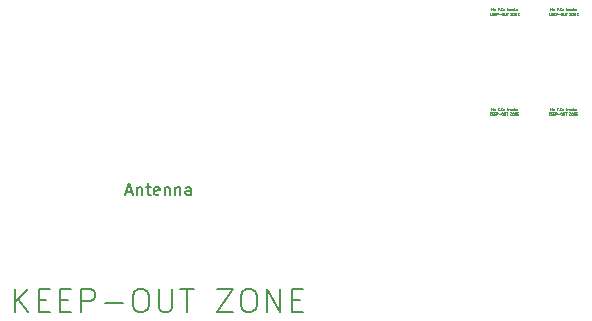
<source format=gbr>
%TF.GenerationSoftware,KiCad,Pcbnew,8.0.2*%
%TF.CreationDate,2024-05-29T12:03:12+02:00*%
%TF.ProjectId,IOT_ESP32,494f545f-4553-4503-9332-2e6b69636164,rev?*%
%TF.SameCoordinates,Original*%
%TF.FileFunction,Other,Comment*%
%FSLAX46Y46*%
G04 Gerber Fmt 4.6, Leading zero omitted, Abs format (unit mm)*
G04 Created by KiCad (PCBNEW 8.0.2) date 2024-05-29 12:03:12*
%MOMM*%
%LPD*%
G01*
G04 APERTURE LIST*
%ADD10C,0.150000*%
%ADD11C,0.030000*%
G04 APERTURE END LIST*
D10*
X125633095Y-122974104D02*
X126109285Y-122974104D01*
X125537857Y-123259819D02*
X125871190Y-122259819D01*
X125871190Y-122259819D02*
X126204523Y-123259819D01*
X126537857Y-122593152D02*
X126537857Y-123259819D01*
X126537857Y-122688390D02*
X126585476Y-122640771D01*
X126585476Y-122640771D02*
X126680714Y-122593152D01*
X126680714Y-122593152D02*
X126823571Y-122593152D01*
X126823571Y-122593152D02*
X126918809Y-122640771D01*
X126918809Y-122640771D02*
X126966428Y-122736009D01*
X126966428Y-122736009D02*
X126966428Y-123259819D01*
X127299762Y-122593152D02*
X127680714Y-122593152D01*
X127442619Y-122259819D02*
X127442619Y-123116961D01*
X127442619Y-123116961D02*
X127490238Y-123212200D01*
X127490238Y-123212200D02*
X127585476Y-123259819D01*
X127585476Y-123259819D02*
X127680714Y-123259819D01*
X128395000Y-123212200D02*
X128299762Y-123259819D01*
X128299762Y-123259819D02*
X128109286Y-123259819D01*
X128109286Y-123259819D02*
X128014048Y-123212200D01*
X128014048Y-123212200D02*
X127966429Y-123116961D01*
X127966429Y-123116961D02*
X127966429Y-122736009D01*
X127966429Y-122736009D02*
X128014048Y-122640771D01*
X128014048Y-122640771D02*
X128109286Y-122593152D01*
X128109286Y-122593152D02*
X128299762Y-122593152D01*
X128299762Y-122593152D02*
X128395000Y-122640771D01*
X128395000Y-122640771D02*
X128442619Y-122736009D01*
X128442619Y-122736009D02*
X128442619Y-122831247D01*
X128442619Y-122831247D02*
X127966429Y-122926485D01*
X128871191Y-122593152D02*
X128871191Y-123259819D01*
X128871191Y-122688390D02*
X128918810Y-122640771D01*
X128918810Y-122640771D02*
X129014048Y-122593152D01*
X129014048Y-122593152D02*
X129156905Y-122593152D01*
X129156905Y-122593152D02*
X129252143Y-122640771D01*
X129252143Y-122640771D02*
X129299762Y-122736009D01*
X129299762Y-122736009D02*
X129299762Y-123259819D01*
X129775953Y-122593152D02*
X129775953Y-123259819D01*
X129775953Y-122688390D02*
X129823572Y-122640771D01*
X129823572Y-122640771D02*
X129918810Y-122593152D01*
X129918810Y-122593152D02*
X130061667Y-122593152D01*
X130061667Y-122593152D02*
X130156905Y-122640771D01*
X130156905Y-122640771D02*
X130204524Y-122736009D01*
X130204524Y-122736009D02*
X130204524Y-123259819D01*
X131109286Y-123259819D02*
X131109286Y-122736009D01*
X131109286Y-122736009D02*
X131061667Y-122640771D01*
X131061667Y-122640771D02*
X130966429Y-122593152D01*
X130966429Y-122593152D02*
X130775953Y-122593152D01*
X130775953Y-122593152D02*
X130680715Y-122640771D01*
X131109286Y-123212200D02*
X131014048Y-123259819D01*
X131014048Y-123259819D02*
X130775953Y-123259819D01*
X130775953Y-123259819D02*
X130680715Y-123212200D01*
X130680715Y-123212200D02*
X130633096Y-123116961D01*
X130633096Y-123116961D02*
X130633096Y-123021723D01*
X130633096Y-123021723D02*
X130680715Y-122926485D01*
X130680715Y-122926485D02*
X130775953Y-122878866D01*
X130775953Y-122878866D02*
X131014048Y-122878866D01*
X131014048Y-122878866D02*
X131109286Y-122831247D01*
X116202142Y-133202438D02*
X116202142Y-131202438D01*
X117344999Y-133202438D02*
X116487856Y-132059580D01*
X117344999Y-131202438D02*
X116202142Y-132345295D01*
X118202142Y-132154819D02*
X118868809Y-132154819D01*
X119154523Y-133202438D02*
X118202142Y-133202438D01*
X118202142Y-133202438D02*
X118202142Y-131202438D01*
X118202142Y-131202438D02*
X119154523Y-131202438D01*
X120011666Y-132154819D02*
X120678333Y-132154819D01*
X120964047Y-133202438D02*
X120011666Y-133202438D01*
X120011666Y-133202438D02*
X120011666Y-131202438D01*
X120011666Y-131202438D02*
X120964047Y-131202438D01*
X121821190Y-133202438D02*
X121821190Y-131202438D01*
X121821190Y-131202438D02*
X122583095Y-131202438D01*
X122583095Y-131202438D02*
X122773571Y-131297676D01*
X122773571Y-131297676D02*
X122868809Y-131392914D01*
X122868809Y-131392914D02*
X122964047Y-131583390D01*
X122964047Y-131583390D02*
X122964047Y-131869104D01*
X122964047Y-131869104D02*
X122868809Y-132059580D01*
X122868809Y-132059580D02*
X122773571Y-132154819D01*
X122773571Y-132154819D02*
X122583095Y-132250057D01*
X122583095Y-132250057D02*
X121821190Y-132250057D01*
X123821190Y-132440533D02*
X125345000Y-132440533D01*
X126678332Y-131202438D02*
X127059285Y-131202438D01*
X127059285Y-131202438D02*
X127249761Y-131297676D01*
X127249761Y-131297676D02*
X127440237Y-131488152D01*
X127440237Y-131488152D02*
X127535475Y-131869104D01*
X127535475Y-131869104D02*
X127535475Y-132535771D01*
X127535475Y-132535771D02*
X127440237Y-132916723D01*
X127440237Y-132916723D02*
X127249761Y-133107200D01*
X127249761Y-133107200D02*
X127059285Y-133202438D01*
X127059285Y-133202438D02*
X126678332Y-133202438D01*
X126678332Y-133202438D02*
X126487856Y-133107200D01*
X126487856Y-133107200D02*
X126297380Y-132916723D01*
X126297380Y-132916723D02*
X126202142Y-132535771D01*
X126202142Y-132535771D02*
X126202142Y-131869104D01*
X126202142Y-131869104D02*
X126297380Y-131488152D01*
X126297380Y-131488152D02*
X126487856Y-131297676D01*
X126487856Y-131297676D02*
X126678332Y-131202438D01*
X128392618Y-131202438D02*
X128392618Y-132821485D01*
X128392618Y-132821485D02*
X128487856Y-133011961D01*
X128487856Y-133011961D02*
X128583094Y-133107200D01*
X128583094Y-133107200D02*
X128773570Y-133202438D01*
X128773570Y-133202438D02*
X129154523Y-133202438D01*
X129154523Y-133202438D02*
X129344999Y-133107200D01*
X129344999Y-133107200D02*
X129440237Y-133011961D01*
X129440237Y-133011961D02*
X129535475Y-132821485D01*
X129535475Y-132821485D02*
X129535475Y-131202438D01*
X130202142Y-131202438D02*
X131344999Y-131202438D01*
X130773570Y-133202438D02*
X130773570Y-131202438D01*
X133345000Y-131202438D02*
X134678333Y-131202438D01*
X134678333Y-131202438D02*
X133345000Y-133202438D01*
X133345000Y-133202438D02*
X134678333Y-133202438D01*
X135821190Y-131202438D02*
X136202143Y-131202438D01*
X136202143Y-131202438D02*
X136392619Y-131297676D01*
X136392619Y-131297676D02*
X136583095Y-131488152D01*
X136583095Y-131488152D02*
X136678333Y-131869104D01*
X136678333Y-131869104D02*
X136678333Y-132535771D01*
X136678333Y-132535771D02*
X136583095Y-132916723D01*
X136583095Y-132916723D02*
X136392619Y-133107200D01*
X136392619Y-133107200D02*
X136202143Y-133202438D01*
X136202143Y-133202438D02*
X135821190Y-133202438D01*
X135821190Y-133202438D02*
X135630714Y-133107200D01*
X135630714Y-133107200D02*
X135440238Y-132916723D01*
X135440238Y-132916723D02*
X135345000Y-132535771D01*
X135345000Y-132535771D02*
X135345000Y-131869104D01*
X135345000Y-131869104D02*
X135440238Y-131488152D01*
X135440238Y-131488152D02*
X135630714Y-131297676D01*
X135630714Y-131297676D02*
X135821190Y-131202438D01*
X137535476Y-133202438D02*
X137535476Y-131202438D01*
X137535476Y-131202438D02*
X138678333Y-133202438D01*
X138678333Y-133202438D02*
X138678333Y-131202438D01*
X139630714Y-132154819D02*
X140297381Y-132154819D01*
X140583095Y-133202438D02*
X139630714Y-133202438D01*
X139630714Y-133202438D02*
X139630714Y-131202438D01*
X139630714Y-131202438D02*
X140583095Y-131202438D01*
D11*
X161405715Y-108020963D02*
X161405715Y-107820963D01*
X161520000Y-108020963D02*
X161434286Y-107906678D01*
X161520000Y-107820963D02*
X161405715Y-107935249D01*
X161605715Y-107916201D02*
X161672381Y-107916201D01*
X161700953Y-108020963D02*
X161605715Y-108020963D01*
X161605715Y-108020963D02*
X161605715Y-107820963D01*
X161605715Y-107820963D02*
X161700953Y-107820963D01*
X161786667Y-107916201D02*
X161853333Y-107916201D01*
X161881905Y-108020963D02*
X161786667Y-108020963D01*
X161786667Y-108020963D02*
X161786667Y-107820963D01*
X161786667Y-107820963D02*
X161881905Y-107820963D01*
X161967619Y-108020963D02*
X161967619Y-107820963D01*
X161967619Y-107820963D02*
X162043809Y-107820963D01*
X162043809Y-107820963D02*
X162062857Y-107830487D01*
X162062857Y-107830487D02*
X162072380Y-107840011D01*
X162072380Y-107840011D02*
X162081904Y-107859059D01*
X162081904Y-107859059D02*
X162081904Y-107887630D01*
X162081904Y-107887630D02*
X162072380Y-107906678D01*
X162072380Y-107906678D02*
X162062857Y-107916201D01*
X162062857Y-107916201D02*
X162043809Y-107925725D01*
X162043809Y-107925725D02*
X161967619Y-107925725D01*
X162167619Y-107944773D02*
X162320000Y-107944773D01*
X162453333Y-107820963D02*
X162491428Y-107820963D01*
X162491428Y-107820963D02*
X162510476Y-107830487D01*
X162510476Y-107830487D02*
X162529523Y-107849535D01*
X162529523Y-107849535D02*
X162539047Y-107887630D01*
X162539047Y-107887630D02*
X162539047Y-107954297D01*
X162539047Y-107954297D02*
X162529523Y-107992392D01*
X162529523Y-107992392D02*
X162510476Y-108011440D01*
X162510476Y-108011440D02*
X162491428Y-108020963D01*
X162491428Y-108020963D02*
X162453333Y-108020963D01*
X162453333Y-108020963D02*
X162434285Y-108011440D01*
X162434285Y-108011440D02*
X162415238Y-107992392D01*
X162415238Y-107992392D02*
X162405714Y-107954297D01*
X162405714Y-107954297D02*
X162405714Y-107887630D01*
X162405714Y-107887630D02*
X162415238Y-107849535D01*
X162415238Y-107849535D02*
X162434285Y-107830487D01*
X162434285Y-107830487D02*
X162453333Y-107820963D01*
X162624762Y-107820963D02*
X162624762Y-107982868D01*
X162624762Y-107982868D02*
X162634285Y-108001916D01*
X162634285Y-108001916D02*
X162643809Y-108011440D01*
X162643809Y-108011440D02*
X162662857Y-108020963D01*
X162662857Y-108020963D02*
X162700952Y-108020963D01*
X162700952Y-108020963D02*
X162720000Y-108011440D01*
X162720000Y-108011440D02*
X162729523Y-108001916D01*
X162729523Y-108001916D02*
X162739047Y-107982868D01*
X162739047Y-107982868D02*
X162739047Y-107820963D01*
X162805714Y-107820963D02*
X162920000Y-107820963D01*
X162862857Y-108020963D02*
X162862857Y-107820963D01*
X163120000Y-107820963D02*
X163253333Y-107820963D01*
X163253333Y-107820963D02*
X163120000Y-108020963D01*
X163120000Y-108020963D02*
X163253333Y-108020963D01*
X163367619Y-107820963D02*
X163405714Y-107820963D01*
X163405714Y-107820963D02*
X163424762Y-107830487D01*
X163424762Y-107830487D02*
X163443809Y-107849535D01*
X163443809Y-107849535D02*
X163453333Y-107887630D01*
X163453333Y-107887630D02*
X163453333Y-107954297D01*
X163453333Y-107954297D02*
X163443809Y-107992392D01*
X163443809Y-107992392D02*
X163424762Y-108011440D01*
X163424762Y-108011440D02*
X163405714Y-108020963D01*
X163405714Y-108020963D02*
X163367619Y-108020963D01*
X163367619Y-108020963D02*
X163348571Y-108011440D01*
X163348571Y-108011440D02*
X163329524Y-107992392D01*
X163329524Y-107992392D02*
X163320000Y-107954297D01*
X163320000Y-107954297D02*
X163320000Y-107887630D01*
X163320000Y-107887630D02*
X163329524Y-107849535D01*
X163329524Y-107849535D02*
X163348571Y-107830487D01*
X163348571Y-107830487D02*
X163367619Y-107820963D01*
X163539048Y-108020963D02*
X163539048Y-107820963D01*
X163539048Y-107820963D02*
X163653333Y-108020963D01*
X163653333Y-108020963D02*
X163653333Y-107820963D01*
X163748572Y-107916201D02*
X163815238Y-107916201D01*
X163843810Y-108020963D02*
X163748572Y-108020963D01*
X163748572Y-108020963D02*
X163748572Y-107820963D01*
X163748572Y-107820963D02*
X163843810Y-107820963D01*
X161539047Y-107620963D02*
X161539047Y-107420963D01*
X161539047Y-107420963D02*
X161653332Y-107620963D01*
X161653332Y-107620963D02*
X161653332Y-107420963D01*
X161777142Y-107620963D02*
X161758094Y-107611440D01*
X161758094Y-107611440D02*
X161748571Y-107601916D01*
X161748571Y-107601916D02*
X161739047Y-107582868D01*
X161739047Y-107582868D02*
X161739047Y-107525725D01*
X161739047Y-107525725D02*
X161748571Y-107506678D01*
X161748571Y-107506678D02*
X161758094Y-107497154D01*
X161758094Y-107497154D02*
X161777142Y-107487630D01*
X161777142Y-107487630D02*
X161805713Y-107487630D01*
X161805713Y-107487630D02*
X161824761Y-107497154D01*
X161824761Y-107497154D02*
X161834285Y-107506678D01*
X161834285Y-107506678D02*
X161843809Y-107525725D01*
X161843809Y-107525725D02*
X161843809Y-107582868D01*
X161843809Y-107582868D02*
X161834285Y-107601916D01*
X161834285Y-107601916D02*
X161824761Y-107611440D01*
X161824761Y-107611440D02*
X161805713Y-107620963D01*
X161805713Y-107620963D02*
X161777142Y-107620963D01*
X162148570Y-107516201D02*
X162081904Y-107516201D01*
X162081904Y-107620963D02*
X162081904Y-107420963D01*
X162081904Y-107420963D02*
X162177142Y-107420963D01*
X162253333Y-107601916D02*
X162262856Y-107611440D01*
X162262856Y-107611440D02*
X162253333Y-107620963D01*
X162253333Y-107620963D02*
X162243809Y-107611440D01*
X162243809Y-107611440D02*
X162253333Y-107601916D01*
X162253333Y-107601916D02*
X162253333Y-107620963D01*
X162462856Y-107601916D02*
X162453332Y-107611440D01*
X162453332Y-107611440D02*
X162424761Y-107620963D01*
X162424761Y-107620963D02*
X162405713Y-107620963D01*
X162405713Y-107620963D02*
X162377142Y-107611440D01*
X162377142Y-107611440D02*
X162358094Y-107592392D01*
X162358094Y-107592392D02*
X162348571Y-107573344D01*
X162348571Y-107573344D02*
X162339047Y-107535249D01*
X162339047Y-107535249D02*
X162339047Y-107506678D01*
X162339047Y-107506678D02*
X162348571Y-107468582D01*
X162348571Y-107468582D02*
X162358094Y-107449535D01*
X162358094Y-107449535D02*
X162377142Y-107430487D01*
X162377142Y-107430487D02*
X162405713Y-107420963D01*
X162405713Y-107420963D02*
X162424761Y-107420963D01*
X162424761Y-107420963D02*
X162453332Y-107430487D01*
X162453332Y-107430487D02*
X162462856Y-107440011D01*
X162634285Y-107487630D02*
X162634285Y-107620963D01*
X162548571Y-107487630D02*
X162548571Y-107592392D01*
X162548571Y-107592392D02*
X162558094Y-107611440D01*
X162558094Y-107611440D02*
X162577142Y-107620963D01*
X162577142Y-107620963D02*
X162605713Y-107620963D01*
X162605713Y-107620963D02*
X162624761Y-107611440D01*
X162624761Y-107611440D02*
X162634285Y-107601916D01*
X162853332Y-107487630D02*
X162929523Y-107487630D01*
X162881904Y-107420963D02*
X162881904Y-107592392D01*
X162881904Y-107592392D02*
X162891427Y-107611440D01*
X162891427Y-107611440D02*
X162910475Y-107620963D01*
X162910475Y-107620963D02*
X162929523Y-107620963D01*
X162996190Y-107620963D02*
X162996190Y-107487630D01*
X162996190Y-107525725D02*
X163005713Y-107506678D01*
X163005713Y-107506678D02*
X163015237Y-107497154D01*
X163015237Y-107497154D02*
X163034285Y-107487630D01*
X163034285Y-107487630D02*
X163053332Y-107487630D01*
X163205714Y-107620963D02*
X163205714Y-107516201D01*
X163205714Y-107516201D02*
X163196190Y-107497154D01*
X163196190Y-107497154D02*
X163177142Y-107487630D01*
X163177142Y-107487630D02*
X163139047Y-107487630D01*
X163139047Y-107487630D02*
X163120000Y-107497154D01*
X163205714Y-107611440D02*
X163186666Y-107620963D01*
X163186666Y-107620963D02*
X163139047Y-107620963D01*
X163139047Y-107620963D02*
X163120000Y-107611440D01*
X163120000Y-107611440D02*
X163110476Y-107592392D01*
X163110476Y-107592392D02*
X163110476Y-107573344D01*
X163110476Y-107573344D02*
X163120000Y-107554297D01*
X163120000Y-107554297D02*
X163139047Y-107544773D01*
X163139047Y-107544773D02*
X163186666Y-107544773D01*
X163186666Y-107544773D02*
X163205714Y-107535249D01*
X163386666Y-107611440D02*
X163367618Y-107620963D01*
X163367618Y-107620963D02*
X163329523Y-107620963D01*
X163329523Y-107620963D02*
X163310475Y-107611440D01*
X163310475Y-107611440D02*
X163300952Y-107601916D01*
X163300952Y-107601916D02*
X163291428Y-107582868D01*
X163291428Y-107582868D02*
X163291428Y-107525725D01*
X163291428Y-107525725D02*
X163300952Y-107506678D01*
X163300952Y-107506678D02*
X163310475Y-107497154D01*
X163310475Y-107497154D02*
X163329523Y-107487630D01*
X163329523Y-107487630D02*
X163367618Y-107487630D01*
X163367618Y-107487630D02*
X163386666Y-107497154D01*
X163472381Y-107620963D02*
X163472381Y-107420963D01*
X163491428Y-107544773D02*
X163548571Y-107620963D01*
X163548571Y-107487630D02*
X163472381Y-107563820D01*
X163624762Y-107611440D02*
X163643809Y-107620963D01*
X163643809Y-107620963D02*
X163681905Y-107620963D01*
X163681905Y-107620963D02*
X163700952Y-107611440D01*
X163700952Y-107611440D02*
X163710476Y-107592392D01*
X163710476Y-107592392D02*
X163710476Y-107582868D01*
X163710476Y-107582868D02*
X163700952Y-107563820D01*
X163700952Y-107563820D02*
X163681905Y-107554297D01*
X163681905Y-107554297D02*
X163653333Y-107554297D01*
X163653333Y-107554297D02*
X163634286Y-107544773D01*
X163634286Y-107544773D02*
X163624762Y-107525725D01*
X163624762Y-107525725D02*
X163624762Y-107516201D01*
X163624762Y-107516201D02*
X163634286Y-107497154D01*
X163634286Y-107497154D02*
X163653333Y-107487630D01*
X163653333Y-107487630D02*
X163681905Y-107487630D01*
X163681905Y-107487630D02*
X163700952Y-107497154D01*
X156405715Y-108020963D02*
X156405715Y-107820963D01*
X156520000Y-108020963D02*
X156434286Y-107906678D01*
X156520000Y-107820963D02*
X156405715Y-107935249D01*
X156605715Y-107916201D02*
X156672381Y-107916201D01*
X156700953Y-108020963D02*
X156605715Y-108020963D01*
X156605715Y-108020963D02*
X156605715Y-107820963D01*
X156605715Y-107820963D02*
X156700953Y-107820963D01*
X156786667Y-107916201D02*
X156853333Y-107916201D01*
X156881905Y-108020963D02*
X156786667Y-108020963D01*
X156786667Y-108020963D02*
X156786667Y-107820963D01*
X156786667Y-107820963D02*
X156881905Y-107820963D01*
X156967619Y-108020963D02*
X156967619Y-107820963D01*
X156967619Y-107820963D02*
X157043809Y-107820963D01*
X157043809Y-107820963D02*
X157062857Y-107830487D01*
X157062857Y-107830487D02*
X157072380Y-107840011D01*
X157072380Y-107840011D02*
X157081904Y-107859059D01*
X157081904Y-107859059D02*
X157081904Y-107887630D01*
X157081904Y-107887630D02*
X157072380Y-107906678D01*
X157072380Y-107906678D02*
X157062857Y-107916201D01*
X157062857Y-107916201D02*
X157043809Y-107925725D01*
X157043809Y-107925725D02*
X156967619Y-107925725D01*
X157167619Y-107944773D02*
X157320000Y-107944773D01*
X157453333Y-107820963D02*
X157491428Y-107820963D01*
X157491428Y-107820963D02*
X157510476Y-107830487D01*
X157510476Y-107830487D02*
X157529523Y-107849535D01*
X157529523Y-107849535D02*
X157539047Y-107887630D01*
X157539047Y-107887630D02*
X157539047Y-107954297D01*
X157539047Y-107954297D02*
X157529523Y-107992392D01*
X157529523Y-107992392D02*
X157510476Y-108011440D01*
X157510476Y-108011440D02*
X157491428Y-108020963D01*
X157491428Y-108020963D02*
X157453333Y-108020963D01*
X157453333Y-108020963D02*
X157434285Y-108011440D01*
X157434285Y-108011440D02*
X157415238Y-107992392D01*
X157415238Y-107992392D02*
X157405714Y-107954297D01*
X157405714Y-107954297D02*
X157405714Y-107887630D01*
X157405714Y-107887630D02*
X157415238Y-107849535D01*
X157415238Y-107849535D02*
X157434285Y-107830487D01*
X157434285Y-107830487D02*
X157453333Y-107820963D01*
X157624762Y-107820963D02*
X157624762Y-107982868D01*
X157624762Y-107982868D02*
X157634285Y-108001916D01*
X157634285Y-108001916D02*
X157643809Y-108011440D01*
X157643809Y-108011440D02*
X157662857Y-108020963D01*
X157662857Y-108020963D02*
X157700952Y-108020963D01*
X157700952Y-108020963D02*
X157720000Y-108011440D01*
X157720000Y-108011440D02*
X157729523Y-108001916D01*
X157729523Y-108001916D02*
X157739047Y-107982868D01*
X157739047Y-107982868D02*
X157739047Y-107820963D01*
X157805714Y-107820963D02*
X157920000Y-107820963D01*
X157862857Y-108020963D02*
X157862857Y-107820963D01*
X158120000Y-107820963D02*
X158253333Y-107820963D01*
X158253333Y-107820963D02*
X158120000Y-108020963D01*
X158120000Y-108020963D02*
X158253333Y-108020963D01*
X158367619Y-107820963D02*
X158405714Y-107820963D01*
X158405714Y-107820963D02*
X158424762Y-107830487D01*
X158424762Y-107830487D02*
X158443809Y-107849535D01*
X158443809Y-107849535D02*
X158453333Y-107887630D01*
X158453333Y-107887630D02*
X158453333Y-107954297D01*
X158453333Y-107954297D02*
X158443809Y-107992392D01*
X158443809Y-107992392D02*
X158424762Y-108011440D01*
X158424762Y-108011440D02*
X158405714Y-108020963D01*
X158405714Y-108020963D02*
X158367619Y-108020963D01*
X158367619Y-108020963D02*
X158348571Y-108011440D01*
X158348571Y-108011440D02*
X158329524Y-107992392D01*
X158329524Y-107992392D02*
X158320000Y-107954297D01*
X158320000Y-107954297D02*
X158320000Y-107887630D01*
X158320000Y-107887630D02*
X158329524Y-107849535D01*
X158329524Y-107849535D02*
X158348571Y-107830487D01*
X158348571Y-107830487D02*
X158367619Y-107820963D01*
X158539048Y-108020963D02*
X158539048Y-107820963D01*
X158539048Y-107820963D02*
X158653333Y-108020963D01*
X158653333Y-108020963D02*
X158653333Y-107820963D01*
X158748572Y-107916201D02*
X158815238Y-107916201D01*
X158843810Y-108020963D02*
X158748572Y-108020963D01*
X158748572Y-108020963D02*
X158748572Y-107820963D01*
X158748572Y-107820963D02*
X158843810Y-107820963D01*
X156539047Y-107620963D02*
X156539047Y-107420963D01*
X156539047Y-107420963D02*
X156653332Y-107620963D01*
X156653332Y-107620963D02*
X156653332Y-107420963D01*
X156777142Y-107620963D02*
X156758094Y-107611440D01*
X156758094Y-107611440D02*
X156748571Y-107601916D01*
X156748571Y-107601916D02*
X156739047Y-107582868D01*
X156739047Y-107582868D02*
X156739047Y-107525725D01*
X156739047Y-107525725D02*
X156748571Y-107506678D01*
X156748571Y-107506678D02*
X156758094Y-107497154D01*
X156758094Y-107497154D02*
X156777142Y-107487630D01*
X156777142Y-107487630D02*
X156805713Y-107487630D01*
X156805713Y-107487630D02*
X156824761Y-107497154D01*
X156824761Y-107497154D02*
X156834285Y-107506678D01*
X156834285Y-107506678D02*
X156843809Y-107525725D01*
X156843809Y-107525725D02*
X156843809Y-107582868D01*
X156843809Y-107582868D02*
X156834285Y-107601916D01*
X156834285Y-107601916D02*
X156824761Y-107611440D01*
X156824761Y-107611440D02*
X156805713Y-107620963D01*
X156805713Y-107620963D02*
X156777142Y-107620963D01*
X157148570Y-107516201D02*
X157081904Y-107516201D01*
X157081904Y-107620963D02*
X157081904Y-107420963D01*
X157081904Y-107420963D02*
X157177142Y-107420963D01*
X157253333Y-107601916D02*
X157262856Y-107611440D01*
X157262856Y-107611440D02*
X157253333Y-107620963D01*
X157253333Y-107620963D02*
X157243809Y-107611440D01*
X157243809Y-107611440D02*
X157253333Y-107601916D01*
X157253333Y-107601916D02*
X157253333Y-107620963D01*
X157462856Y-107601916D02*
X157453332Y-107611440D01*
X157453332Y-107611440D02*
X157424761Y-107620963D01*
X157424761Y-107620963D02*
X157405713Y-107620963D01*
X157405713Y-107620963D02*
X157377142Y-107611440D01*
X157377142Y-107611440D02*
X157358094Y-107592392D01*
X157358094Y-107592392D02*
X157348571Y-107573344D01*
X157348571Y-107573344D02*
X157339047Y-107535249D01*
X157339047Y-107535249D02*
X157339047Y-107506678D01*
X157339047Y-107506678D02*
X157348571Y-107468582D01*
X157348571Y-107468582D02*
X157358094Y-107449535D01*
X157358094Y-107449535D02*
X157377142Y-107430487D01*
X157377142Y-107430487D02*
X157405713Y-107420963D01*
X157405713Y-107420963D02*
X157424761Y-107420963D01*
X157424761Y-107420963D02*
X157453332Y-107430487D01*
X157453332Y-107430487D02*
X157462856Y-107440011D01*
X157634285Y-107487630D02*
X157634285Y-107620963D01*
X157548571Y-107487630D02*
X157548571Y-107592392D01*
X157548571Y-107592392D02*
X157558094Y-107611440D01*
X157558094Y-107611440D02*
X157577142Y-107620963D01*
X157577142Y-107620963D02*
X157605713Y-107620963D01*
X157605713Y-107620963D02*
X157624761Y-107611440D01*
X157624761Y-107611440D02*
X157634285Y-107601916D01*
X157853332Y-107487630D02*
X157929523Y-107487630D01*
X157881904Y-107420963D02*
X157881904Y-107592392D01*
X157881904Y-107592392D02*
X157891427Y-107611440D01*
X157891427Y-107611440D02*
X157910475Y-107620963D01*
X157910475Y-107620963D02*
X157929523Y-107620963D01*
X157996190Y-107620963D02*
X157996190Y-107487630D01*
X157996190Y-107525725D02*
X158005713Y-107506678D01*
X158005713Y-107506678D02*
X158015237Y-107497154D01*
X158015237Y-107497154D02*
X158034285Y-107487630D01*
X158034285Y-107487630D02*
X158053332Y-107487630D01*
X158205714Y-107620963D02*
X158205714Y-107516201D01*
X158205714Y-107516201D02*
X158196190Y-107497154D01*
X158196190Y-107497154D02*
X158177142Y-107487630D01*
X158177142Y-107487630D02*
X158139047Y-107487630D01*
X158139047Y-107487630D02*
X158120000Y-107497154D01*
X158205714Y-107611440D02*
X158186666Y-107620963D01*
X158186666Y-107620963D02*
X158139047Y-107620963D01*
X158139047Y-107620963D02*
X158120000Y-107611440D01*
X158120000Y-107611440D02*
X158110476Y-107592392D01*
X158110476Y-107592392D02*
X158110476Y-107573344D01*
X158110476Y-107573344D02*
X158120000Y-107554297D01*
X158120000Y-107554297D02*
X158139047Y-107544773D01*
X158139047Y-107544773D02*
X158186666Y-107544773D01*
X158186666Y-107544773D02*
X158205714Y-107535249D01*
X158386666Y-107611440D02*
X158367618Y-107620963D01*
X158367618Y-107620963D02*
X158329523Y-107620963D01*
X158329523Y-107620963D02*
X158310475Y-107611440D01*
X158310475Y-107611440D02*
X158300952Y-107601916D01*
X158300952Y-107601916D02*
X158291428Y-107582868D01*
X158291428Y-107582868D02*
X158291428Y-107525725D01*
X158291428Y-107525725D02*
X158300952Y-107506678D01*
X158300952Y-107506678D02*
X158310475Y-107497154D01*
X158310475Y-107497154D02*
X158329523Y-107487630D01*
X158329523Y-107487630D02*
X158367618Y-107487630D01*
X158367618Y-107487630D02*
X158386666Y-107497154D01*
X158472381Y-107620963D02*
X158472381Y-107420963D01*
X158491428Y-107544773D02*
X158548571Y-107620963D01*
X158548571Y-107487630D02*
X158472381Y-107563820D01*
X158624762Y-107611440D02*
X158643809Y-107620963D01*
X158643809Y-107620963D02*
X158681905Y-107620963D01*
X158681905Y-107620963D02*
X158700952Y-107611440D01*
X158700952Y-107611440D02*
X158710476Y-107592392D01*
X158710476Y-107592392D02*
X158710476Y-107582868D01*
X158710476Y-107582868D02*
X158700952Y-107563820D01*
X158700952Y-107563820D02*
X158681905Y-107554297D01*
X158681905Y-107554297D02*
X158653333Y-107554297D01*
X158653333Y-107554297D02*
X158634286Y-107544773D01*
X158634286Y-107544773D02*
X158624762Y-107525725D01*
X158624762Y-107525725D02*
X158624762Y-107516201D01*
X158624762Y-107516201D02*
X158634286Y-107497154D01*
X158634286Y-107497154D02*
X158653333Y-107487630D01*
X158653333Y-107487630D02*
X158681905Y-107487630D01*
X158681905Y-107487630D02*
X158700952Y-107497154D01*
X161519047Y-116070963D02*
X161519047Y-115870963D01*
X161519047Y-115870963D02*
X161633332Y-116070963D01*
X161633332Y-116070963D02*
X161633332Y-115870963D01*
X161757142Y-116070963D02*
X161738094Y-116061440D01*
X161738094Y-116061440D02*
X161728571Y-116051916D01*
X161728571Y-116051916D02*
X161719047Y-116032868D01*
X161719047Y-116032868D02*
X161719047Y-115975725D01*
X161719047Y-115975725D02*
X161728571Y-115956678D01*
X161728571Y-115956678D02*
X161738094Y-115947154D01*
X161738094Y-115947154D02*
X161757142Y-115937630D01*
X161757142Y-115937630D02*
X161785713Y-115937630D01*
X161785713Y-115937630D02*
X161804761Y-115947154D01*
X161804761Y-115947154D02*
X161814285Y-115956678D01*
X161814285Y-115956678D02*
X161823809Y-115975725D01*
X161823809Y-115975725D02*
X161823809Y-116032868D01*
X161823809Y-116032868D02*
X161814285Y-116051916D01*
X161814285Y-116051916D02*
X161804761Y-116061440D01*
X161804761Y-116061440D02*
X161785713Y-116070963D01*
X161785713Y-116070963D02*
X161757142Y-116070963D01*
X162128570Y-115966201D02*
X162061904Y-115966201D01*
X162061904Y-116070963D02*
X162061904Y-115870963D01*
X162061904Y-115870963D02*
X162157142Y-115870963D01*
X162233333Y-116051916D02*
X162242856Y-116061440D01*
X162242856Y-116061440D02*
X162233333Y-116070963D01*
X162233333Y-116070963D02*
X162223809Y-116061440D01*
X162223809Y-116061440D02*
X162233333Y-116051916D01*
X162233333Y-116051916D02*
X162233333Y-116070963D01*
X162442856Y-116051916D02*
X162433332Y-116061440D01*
X162433332Y-116061440D02*
X162404761Y-116070963D01*
X162404761Y-116070963D02*
X162385713Y-116070963D01*
X162385713Y-116070963D02*
X162357142Y-116061440D01*
X162357142Y-116061440D02*
X162338094Y-116042392D01*
X162338094Y-116042392D02*
X162328571Y-116023344D01*
X162328571Y-116023344D02*
X162319047Y-115985249D01*
X162319047Y-115985249D02*
X162319047Y-115956678D01*
X162319047Y-115956678D02*
X162328571Y-115918582D01*
X162328571Y-115918582D02*
X162338094Y-115899535D01*
X162338094Y-115899535D02*
X162357142Y-115880487D01*
X162357142Y-115880487D02*
X162385713Y-115870963D01*
X162385713Y-115870963D02*
X162404761Y-115870963D01*
X162404761Y-115870963D02*
X162433332Y-115880487D01*
X162433332Y-115880487D02*
X162442856Y-115890011D01*
X162614285Y-115937630D02*
X162614285Y-116070963D01*
X162528571Y-115937630D02*
X162528571Y-116042392D01*
X162528571Y-116042392D02*
X162538094Y-116061440D01*
X162538094Y-116061440D02*
X162557142Y-116070963D01*
X162557142Y-116070963D02*
X162585713Y-116070963D01*
X162585713Y-116070963D02*
X162604761Y-116061440D01*
X162604761Y-116061440D02*
X162614285Y-116051916D01*
X162833332Y-115937630D02*
X162909523Y-115937630D01*
X162861904Y-115870963D02*
X162861904Y-116042392D01*
X162861904Y-116042392D02*
X162871427Y-116061440D01*
X162871427Y-116061440D02*
X162890475Y-116070963D01*
X162890475Y-116070963D02*
X162909523Y-116070963D01*
X162976190Y-116070963D02*
X162976190Y-115937630D01*
X162976190Y-115975725D02*
X162985713Y-115956678D01*
X162985713Y-115956678D02*
X162995237Y-115947154D01*
X162995237Y-115947154D02*
X163014285Y-115937630D01*
X163014285Y-115937630D02*
X163033332Y-115937630D01*
X163185714Y-116070963D02*
X163185714Y-115966201D01*
X163185714Y-115966201D02*
X163176190Y-115947154D01*
X163176190Y-115947154D02*
X163157142Y-115937630D01*
X163157142Y-115937630D02*
X163119047Y-115937630D01*
X163119047Y-115937630D02*
X163100000Y-115947154D01*
X163185714Y-116061440D02*
X163166666Y-116070963D01*
X163166666Y-116070963D02*
X163119047Y-116070963D01*
X163119047Y-116070963D02*
X163100000Y-116061440D01*
X163100000Y-116061440D02*
X163090476Y-116042392D01*
X163090476Y-116042392D02*
X163090476Y-116023344D01*
X163090476Y-116023344D02*
X163100000Y-116004297D01*
X163100000Y-116004297D02*
X163119047Y-115994773D01*
X163119047Y-115994773D02*
X163166666Y-115994773D01*
X163166666Y-115994773D02*
X163185714Y-115985249D01*
X163366666Y-116061440D02*
X163347618Y-116070963D01*
X163347618Y-116070963D02*
X163309523Y-116070963D01*
X163309523Y-116070963D02*
X163290475Y-116061440D01*
X163290475Y-116061440D02*
X163280952Y-116051916D01*
X163280952Y-116051916D02*
X163271428Y-116032868D01*
X163271428Y-116032868D02*
X163271428Y-115975725D01*
X163271428Y-115975725D02*
X163280952Y-115956678D01*
X163280952Y-115956678D02*
X163290475Y-115947154D01*
X163290475Y-115947154D02*
X163309523Y-115937630D01*
X163309523Y-115937630D02*
X163347618Y-115937630D01*
X163347618Y-115937630D02*
X163366666Y-115947154D01*
X163452381Y-116070963D02*
X163452381Y-115870963D01*
X163471428Y-115994773D02*
X163528571Y-116070963D01*
X163528571Y-115937630D02*
X163452381Y-116013820D01*
X163604762Y-116061440D02*
X163623809Y-116070963D01*
X163623809Y-116070963D02*
X163661905Y-116070963D01*
X163661905Y-116070963D02*
X163680952Y-116061440D01*
X163680952Y-116061440D02*
X163690476Y-116042392D01*
X163690476Y-116042392D02*
X163690476Y-116032868D01*
X163690476Y-116032868D02*
X163680952Y-116013820D01*
X163680952Y-116013820D02*
X163661905Y-116004297D01*
X163661905Y-116004297D02*
X163633333Y-116004297D01*
X163633333Y-116004297D02*
X163614286Y-115994773D01*
X163614286Y-115994773D02*
X163604762Y-115975725D01*
X163604762Y-115975725D02*
X163604762Y-115966201D01*
X163604762Y-115966201D02*
X163614286Y-115947154D01*
X163614286Y-115947154D02*
X163633333Y-115937630D01*
X163633333Y-115937630D02*
X163661905Y-115937630D01*
X163661905Y-115937630D02*
X163680952Y-115947154D01*
X156385715Y-116470963D02*
X156385715Y-116270963D01*
X156500000Y-116470963D02*
X156414286Y-116356678D01*
X156500000Y-116270963D02*
X156385715Y-116385249D01*
X156585715Y-116366201D02*
X156652381Y-116366201D01*
X156680953Y-116470963D02*
X156585715Y-116470963D01*
X156585715Y-116470963D02*
X156585715Y-116270963D01*
X156585715Y-116270963D02*
X156680953Y-116270963D01*
X156766667Y-116366201D02*
X156833333Y-116366201D01*
X156861905Y-116470963D02*
X156766667Y-116470963D01*
X156766667Y-116470963D02*
X156766667Y-116270963D01*
X156766667Y-116270963D02*
X156861905Y-116270963D01*
X156947619Y-116470963D02*
X156947619Y-116270963D01*
X156947619Y-116270963D02*
X157023809Y-116270963D01*
X157023809Y-116270963D02*
X157042857Y-116280487D01*
X157042857Y-116280487D02*
X157052380Y-116290011D01*
X157052380Y-116290011D02*
X157061904Y-116309059D01*
X157061904Y-116309059D02*
X157061904Y-116337630D01*
X157061904Y-116337630D02*
X157052380Y-116356678D01*
X157052380Y-116356678D02*
X157042857Y-116366201D01*
X157042857Y-116366201D02*
X157023809Y-116375725D01*
X157023809Y-116375725D02*
X156947619Y-116375725D01*
X157147619Y-116394773D02*
X157300000Y-116394773D01*
X157433333Y-116270963D02*
X157471428Y-116270963D01*
X157471428Y-116270963D02*
X157490476Y-116280487D01*
X157490476Y-116280487D02*
X157509523Y-116299535D01*
X157509523Y-116299535D02*
X157519047Y-116337630D01*
X157519047Y-116337630D02*
X157519047Y-116404297D01*
X157519047Y-116404297D02*
X157509523Y-116442392D01*
X157509523Y-116442392D02*
X157490476Y-116461440D01*
X157490476Y-116461440D02*
X157471428Y-116470963D01*
X157471428Y-116470963D02*
X157433333Y-116470963D01*
X157433333Y-116470963D02*
X157414285Y-116461440D01*
X157414285Y-116461440D02*
X157395238Y-116442392D01*
X157395238Y-116442392D02*
X157385714Y-116404297D01*
X157385714Y-116404297D02*
X157385714Y-116337630D01*
X157385714Y-116337630D02*
X157395238Y-116299535D01*
X157395238Y-116299535D02*
X157414285Y-116280487D01*
X157414285Y-116280487D02*
X157433333Y-116270963D01*
X157604762Y-116270963D02*
X157604762Y-116432868D01*
X157604762Y-116432868D02*
X157614285Y-116451916D01*
X157614285Y-116451916D02*
X157623809Y-116461440D01*
X157623809Y-116461440D02*
X157642857Y-116470963D01*
X157642857Y-116470963D02*
X157680952Y-116470963D01*
X157680952Y-116470963D02*
X157700000Y-116461440D01*
X157700000Y-116461440D02*
X157709523Y-116451916D01*
X157709523Y-116451916D02*
X157719047Y-116432868D01*
X157719047Y-116432868D02*
X157719047Y-116270963D01*
X157785714Y-116270963D02*
X157900000Y-116270963D01*
X157842857Y-116470963D02*
X157842857Y-116270963D01*
X158100000Y-116270963D02*
X158233333Y-116270963D01*
X158233333Y-116270963D02*
X158100000Y-116470963D01*
X158100000Y-116470963D02*
X158233333Y-116470963D01*
X158347619Y-116270963D02*
X158385714Y-116270963D01*
X158385714Y-116270963D02*
X158404762Y-116280487D01*
X158404762Y-116280487D02*
X158423809Y-116299535D01*
X158423809Y-116299535D02*
X158433333Y-116337630D01*
X158433333Y-116337630D02*
X158433333Y-116404297D01*
X158433333Y-116404297D02*
X158423809Y-116442392D01*
X158423809Y-116442392D02*
X158404762Y-116461440D01*
X158404762Y-116461440D02*
X158385714Y-116470963D01*
X158385714Y-116470963D02*
X158347619Y-116470963D01*
X158347619Y-116470963D02*
X158328571Y-116461440D01*
X158328571Y-116461440D02*
X158309524Y-116442392D01*
X158309524Y-116442392D02*
X158300000Y-116404297D01*
X158300000Y-116404297D02*
X158300000Y-116337630D01*
X158300000Y-116337630D02*
X158309524Y-116299535D01*
X158309524Y-116299535D02*
X158328571Y-116280487D01*
X158328571Y-116280487D02*
X158347619Y-116270963D01*
X158519048Y-116470963D02*
X158519048Y-116270963D01*
X158519048Y-116270963D02*
X158633333Y-116470963D01*
X158633333Y-116470963D02*
X158633333Y-116270963D01*
X158728572Y-116366201D02*
X158795238Y-116366201D01*
X158823810Y-116470963D02*
X158728572Y-116470963D01*
X158728572Y-116470963D02*
X158728572Y-116270963D01*
X158728572Y-116270963D02*
X158823810Y-116270963D01*
X161385715Y-116470963D02*
X161385715Y-116270963D01*
X161500000Y-116470963D02*
X161414286Y-116356678D01*
X161500000Y-116270963D02*
X161385715Y-116385249D01*
X161585715Y-116366201D02*
X161652381Y-116366201D01*
X161680953Y-116470963D02*
X161585715Y-116470963D01*
X161585715Y-116470963D02*
X161585715Y-116270963D01*
X161585715Y-116270963D02*
X161680953Y-116270963D01*
X161766667Y-116366201D02*
X161833333Y-116366201D01*
X161861905Y-116470963D02*
X161766667Y-116470963D01*
X161766667Y-116470963D02*
X161766667Y-116270963D01*
X161766667Y-116270963D02*
X161861905Y-116270963D01*
X161947619Y-116470963D02*
X161947619Y-116270963D01*
X161947619Y-116270963D02*
X162023809Y-116270963D01*
X162023809Y-116270963D02*
X162042857Y-116280487D01*
X162042857Y-116280487D02*
X162052380Y-116290011D01*
X162052380Y-116290011D02*
X162061904Y-116309059D01*
X162061904Y-116309059D02*
X162061904Y-116337630D01*
X162061904Y-116337630D02*
X162052380Y-116356678D01*
X162052380Y-116356678D02*
X162042857Y-116366201D01*
X162042857Y-116366201D02*
X162023809Y-116375725D01*
X162023809Y-116375725D02*
X161947619Y-116375725D01*
X162147619Y-116394773D02*
X162300000Y-116394773D01*
X162433333Y-116270963D02*
X162471428Y-116270963D01*
X162471428Y-116270963D02*
X162490476Y-116280487D01*
X162490476Y-116280487D02*
X162509523Y-116299535D01*
X162509523Y-116299535D02*
X162519047Y-116337630D01*
X162519047Y-116337630D02*
X162519047Y-116404297D01*
X162519047Y-116404297D02*
X162509523Y-116442392D01*
X162509523Y-116442392D02*
X162490476Y-116461440D01*
X162490476Y-116461440D02*
X162471428Y-116470963D01*
X162471428Y-116470963D02*
X162433333Y-116470963D01*
X162433333Y-116470963D02*
X162414285Y-116461440D01*
X162414285Y-116461440D02*
X162395238Y-116442392D01*
X162395238Y-116442392D02*
X162385714Y-116404297D01*
X162385714Y-116404297D02*
X162385714Y-116337630D01*
X162385714Y-116337630D02*
X162395238Y-116299535D01*
X162395238Y-116299535D02*
X162414285Y-116280487D01*
X162414285Y-116280487D02*
X162433333Y-116270963D01*
X162604762Y-116270963D02*
X162604762Y-116432868D01*
X162604762Y-116432868D02*
X162614285Y-116451916D01*
X162614285Y-116451916D02*
X162623809Y-116461440D01*
X162623809Y-116461440D02*
X162642857Y-116470963D01*
X162642857Y-116470963D02*
X162680952Y-116470963D01*
X162680952Y-116470963D02*
X162700000Y-116461440D01*
X162700000Y-116461440D02*
X162709523Y-116451916D01*
X162709523Y-116451916D02*
X162719047Y-116432868D01*
X162719047Y-116432868D02*
X162719047Y-116270963D01*
X162785714Y-116270963D02*
X162900000Y-116270963D01*
X162842857Y-116470963D02*
X162842857Y-116270963D01*
X163100000Y-116270963D02*
X163233333Y-116270963D01*
X163233333Y-116270963D02*
X163100000Y-116470963D01*
X163100000Y-116470963D02*
X163233333Y-116470963D01*
X163347619Y-116270963D02*
X163385714Y-116270963D01*
X163385714Y-116270963D02*
X163404762Y-116280487D01*
X163404762Y-116280487D02*
X163423809Y-116299535D01*
X163423809Y-116299535D02*
X163433333Y-116337630D01*
X163433333Y-116337630D02*
X163433333Y-116404297D01*
X163433333Y-116404297D02*
X163423809Y-116442392D01*
X163423809Y-116442392D02*
X163404762Y-116461440D01*
X163404762Y-116461440D02*
X163385714Y-116470963D01*
X163385714Y-116470963D02*
X163347619Y-116470963D01*
X163347619Y-116470963D02*
X163328571Y-116461440D01*
X163328571Y-116461440D02*
X163309524Y-116442392D01*
X163309524Y-116442392D02*
X163300000Y-116404297D01*
X163300000Y-116404297D02*
X163300000Y-116337630D01*
X163300000Y-116337630D02*
X163309524Y-116299535D01*
X163309524Y-116299535D02*
X163328571Y-116280487D01*
X163328571Y-116280487D02*
X163347619Y-116270963D01*
X163519048Y-116470963D02*
X163519048Y-116270963D01*
X163519048Y-116270963D02*
X163633333Y-116470963D01*
X163633333Y-116470963D02*
X163633333Y-116270963D01*
X163728572Y-116366201D02*
X163795238Y-116366201D01*
X163823810Y-116470963D02*
X163728572Y-116470963D01*
X163728572Y-116470963D02*
X163728572Y-116270963D01*
X163728572Y-116270963D02*
X163823810Y-116270963D01*
X156519047Y-116070963D02*
X156519047Y-115870963D01*
X156519047Y-115870963D02*
X156633332Y-116070963D01*
X156633332Y-116070963D02*
X156633332Y-115870963D01*
X156757142Y-116070963D02*
X156738094Y-116061440D01*
X156738094Y-116061440D02*
X156728571Y-116051916D01*
X156728571Y-116051916D02*
X156719047Y-116032868D01*
X156719047Y-116032868D02*
X156719047Y-115975725D01*
X156719047Y-115975725D02*
X156728571Y-115956678D01*
X156728571Y-115956678D02*
X156738094Y-115947154D01*
X156738094Y-115947154D02*
X156757142Y-115937630D01*
X156757142Y-115937630D02*
X156785713Y-115937630D01*
X156785713Y-115937630D02*
X156804761Y-115947154D01*
X156804761Y-115947154D02*
X156814285Y-115956678D01*
X156814285Y-115956678D02*
X156823809Y-115975725D01*
X156823809Y-115975725D02*
X156823809Y-116032868D01*
X156823809Y-116032868D02*
X156814285Y-116051916D01*
X156814285Y-116051916D02*
X156804761Y-116061440D01*
X156804761Y-116061440D02*
X156785713Y-116070963D01*
X156785713Y-116070963D02*
X156757142Y-116070963D01*
X157128570Y-115966201D02*
X157061904Y-115966201D01*
X157061904Y-116070963D02*
X157061904Y-115870963D01*
X157061904Y-115870963D02*
X157157142Y-115870963D01*
X157233333Y-116051916D02*
X157242856Y-116061440D01*
X157242856Y-116061440D02*
X157233333Y-116070963D01*
X157233333Y-116070963D02*
X157223809Y-116061440D01*
X157223809Y-116061440D02*
X157233333Y-116051916D01*
X157233333Y-116051916D02*
X157233333Y-116070963D01*
X157442856Y-116051916D02*
X157433332Y-116061440D01*
X157433332Y-116061440D02*
X157404761Y-116070963D01*
X157404761Y-116070963D02*
X157385713Y-116070963D01*
X157385713Y-116070963D02*
X157357142Y-116061440D01*
X157357142Y-116061440D02*
X157338094Y-116042392D01*
X157338094Y-116042392D02*
X157328571Y-116023344D01*
X157328571Y-116023344D02*
X157319047Y-115985249D01*
X157319047Y-115985249D02*
X157319047Y-115956678D01*
X157319047Y-115956678D02*
X157328571Y-115918582D01*
X157328571Y-115918582D02*
X157338094Y-115899535D01*
X157338094Y-115899535D02*
X157357142Y-115880487D01*
X157357142Y-115880487D02*
X157385713Y-115870963D01*
X157385713Y-115870963D02*
X157404761Y-115870963D01*
X157404761Y-115870963D02*
X157433332Y-115880487D01*
X157433332Y-115880487D02*
X157442856Y-115890011D01*
X157614285Y-115937630D02*
X157614285Y-116070963D01*
X157528571Y-115937630D02*
X157528571Y-116042392D01*
X157528571Y-116042392D02*
X157538094Y-116061440D01*
X157538094Y-116061440D02*
X157557142Y-116070963D01*
X157557142Y-116070963D02*
X157585713Y-116070963D01*
X157585713Y-116070963D02*
X157604761Y-116061440D01*
X157604761Y-116061440D02*
X157614285Y-116051916D01*
X157833332Y-115937630D02*
X157909523Y-115937630D01*
X157861904Y-115870963D02*
X157861904Y-116042392D01*
X157861904Y-116042392D02*
X157871427Y-116061440D01*
X157871427Y-116061440D02*
X157890475Y-116070963D01*
X157890475Y-116070963D02*
X157909523Y-116070963D01*
X157976190Y-116070963D02*
X157976190Y-115937630D01*
X157976190Y-115975725D02*
X157985713Y-115956678D01*
X157985713Y-115956678D02*
X157995237Y-115947154D01*
X157995237Y-115947154D02*
X158014285Y-115937630D01*
X158014285Y-115937630D02*
X158033332Y-115937630D01*
X158185714Y-116070963D02*
X158185714Y-115966201D01*
X158185714Y-115966201D02*
X158176190Y-115947154D01*
X158176190Y-115947154D02*
X158157142Y-115937630D01*
X158157142Y-115937630D02*
X158119047Y-115937630D01*
X158119047Y-115937630D02*
X158100000Y-115947154D01*
X158185714Y-116061440D02*
X158166666Y-116070963D01*
X158166666Y-116070963D02*
X158119047Y-116070963D01*
X158119047Y-116070963D02*
X158100000Y-116061440D01*
X158100000Y-116061440D02*
X158090476Y-116042392D01*
X158090476Y-116042392D02*
X158090476Y-116023344D01*
X158090476Y-116023344D02*
X158100000Y-116004297D01*
X158100000Y-116004297D02*
X158119047Y-115994773D01*
X158119047Y-115994773D02*
X158166666Y-115994773D01*
X158166666Y-115994773D02*
X158185714Y-115985249D01*
X158366666Y-116061440D02*
X158347618Y-116070963D01*
X158347618Y-116070963D02*
X158309523Y-116070963D01*
X158309523Y-116070963D02*
X158290475Y-116061440D01*
X158290475Y-116061440D02*
X158280952Y-116051916D01*
X158280952Y-116051916D02*
X158271428Y-116032868D01*
X158271428Y-116032868D02*
X158271428Y-115975725D01*
X158271428Y-115975725D02*
X158280952Y-115956678D01*
X158280952Y-115956678D02*
X158290475Y-115947154D01*
X158290475Y-115947154D02*
X158309523Y-115937630D01*
X158309523Y-115937630D02*
X158347618Y-115937630D01*
X158347618Y-115937630D02*
X158366666Y-115947154D01*
X158452381Y-116070963D02*
X158452381Y-115870963D01*
X158471428Y-115994773D02*
X158528571Y-116070963D01*
X158528571Y-115937630D02*
X158452381Y-116013820D01*
X158604762Y-116061440D02*
X158623809Y-116070963D01*
X158623809Y-116070963D02*
X158661905Y-116070963D01*
X158661905Y-116070963D02*
X158680952Y-116061440D01*
X158680952Y-116061440D02*
X158690476Y-116042392D01*
X158690476Y-116042392D02*
X158690476Y-116032868D01*
X158690476Y-116032868D02*
X158680952Y-116013820D01*
X158680952Y-116013820D02*
X158661905Y-116004297D01*
X158661905Y-116004297D02*
X158633333Y-116004297D01*
X158633333Y-116004297D02*
X158614286Y-115994773D01*
X158614286Y-115994773D02*
X158604762Y-115975725D01*
X158604762Y-115975725D02*
X158604762Y-115966201D01*
X158604762Y-115966201D02*
X158614286Y-115947154D01*
X158614286Y-115947154D02*
X158633333Y-115937630D01*
X158633333Y-115937630D02*
X158661905Y-115937630D01*
X158661905Y-115937630D02*
X158680952Y-115947154D01*
M02*

</source>
